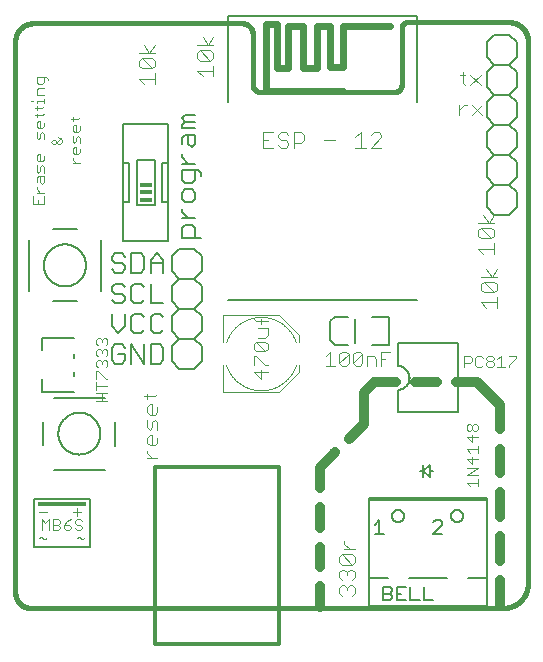
<source format=gto>
G75*
%MOIN*%
%OFA0B0*%
%FSLAX25Y25*%
%IPPOS*%
%LPD*%
%AMOC8*
5,1,8,0,0,1.08239X$1,22.5*
%
%ADD10C,0.00400*%
%ADD11C,0.00600*%
%ADD12C,0.00300*%
%ADD13C,0.03200*%
%ADD14C,0.01600*%
%ADD15C,0.00800*%
%ADD16C,0.00500*%
%ADD17C,0.02400*%
%ADD18R,0.04000X0.01500*%
%ADD19R,0.16142X0.01181*%
%ADD20C,0.01200*%
D10*
X0043672Y0067555D02*
X0043708Y0067595D01*
X0043746Y0067632D01*
X0043788Y0067667D01*
X0043831Y0067698D01*
X0043877Y0067727D01*
X0043924Y0067752D01*
X0043973Y0067774D01*
X0044024Y0067792D01*
X0044076Y0067807D01*
X0044128Y0067818D01*
X0044181Y0067826D01*
X0044235Y0067830D01*
X0044289Y0067830D01*
X0044343Y0067826D01*
X0044396Y0067818D01*
X0044448Y0067807D01*
X0044500Y0067792D01*
X0044551Y0067774D01*
X0044600Y0067752D01*
X0044647Y0067727D01*
X0044693Y0067698D01*
X0044736Y0067667D01*
X0044778Y0067632D01*
X0044816Y0067595D01*
X0044852Y0067555D01*
X0044853Y0067555D02*
X0044889Y0067515D01*
X0044927Y0067478D01*
X0044969Y0067443D01*
X0045012Y0067412D01*
X0045058Y0067383D01*
X0045105Y0067358D01*
X0045154Y0067336D01*
X0045205Y0067318D01*
X0045257Y0067303D01*
X0045309Y0067292D01*
X0045362Y0067284D01*
X0045416Y0067280D01*
X0045470Y0067280D01*
X0045524Y0067284D01*
X0045577Y0067292D01*
X0045629Y0067303D01*
X0045681Y0067318D01*
X0045732Y0067336D01*
X0045781Y0067358D01*
X0045828Y0067383D01*
X0045874Y0067412D01*
X0045917Y0067443D01*
X0045959Y0067478D01*
X0045997Y0067515D01*
X0046033Y0067555D01*
X0046152Y0076394D02*
X0043652Y0076394D01*
X0054912Y0076295D02*
X0057412Y0076295D01*
X0056152Y0075075D02*
X0056152Y0077575D01*
X0057353Y0067555D02*
X0057389Y0067515D01*
X0057427Y0067478D01*
X0057469Y0067443D01*
X0057512Y0067412D01*
X0057558Y0067383D01*
X0057605Y0067358D01*
X0057654Y0067336D01*
X0057705Y0067318D01*
X0057757Y0067303D01*
X0057809Y0067292D01*
X0057862Y0067284D01*
X0057916Y0067280D01*
X0057970Y0067280D01*
X0058024Y0067284D01*
X0058077Y0067292D01*
X0058129Y0067303D01*
X0058181Y0067318D01*
X0058232Y0067336D01*
X0058281Y0067358D01*
X0058328Y0067383D01*
X0058374Y0067412D01*
X0058417Y0067443D01*
X0058459Y0067478D01*
X0058497Y0067515D01*
X0058533Y0067555D01*
X0057352Y0067555D02*
X0057316Y0067595D01*
X0057278Y0067632D01*
X0057236Y0067667D01*
X0057193Y0067698D01*
X0057147Y0067727D01*
X0057100Y0067752D01*
X0057051Y0067774D01*
X0057000Y0067792D01*
X0056948Y0067807D01*
X0056896Y0067818D01*
X0056843Y0067826D01*
X0056789Y0067830D01*
X0056735Y0067830D01*
X0056681Y0067826D01*
X0056628Y0067818D01*
X0056576Y0067807D01*
X0056524Y0067792D01*
X0056473Y0067774D01*
X0056424Y0067752D01*
X0056377Y0067727D01*
X0056331Y0067698D01*
X0056288Y0067667D01*
X0056246Y0067632D01*
X0056208Y0067595D01*
X0056172Y0067555D01*
X0079528Y0094143D02*
X0082998Y0094143D01*
X0081263Y0094143D02*
X0079528Y0095877D01*
X0079528Y0096745D01*
X0080395Y0098440D02*
X0079528Y0099307D01*
X0079528Y0101042D01*
X0080395Y0101909D01*
X0081263Y0101909D01*
X0081263Y0098440D01*
X0082130Y0098440D02*
X0080395Y0098440D01*
X0082130Y0098440D02*
X0082998Y0099307D01*
X0082998Y0101042D01*
X0082998Y0103596D02*
X0082998Y0106198D01*
X0082130Y0107066D01*
X0081263Y0106198D01*
X0081263Y0104463D01*
X0080395Y0103596D01*
X0079528Y0104463D01*
X0079528Y0107066D01*
X0080395Y0108752D02*
X0079528Y0109620D01*
X0079528Y0111355D01*
X0080395Y0112222D01*
X0081263Y0112222D01*
X0081263Y0108752D01*
X0082130Y0108752D02*
X0080395Y0108752D01*
X0082130Y0108752D02*
X0082998Y0109620D01*
X0082998Y0111355D01*
X0082130Y0114776D02*
X0082998Y0115644D01*
X0082130Y0114776D02*
X0078661Y0114776D01*
X0079528Y0113909D02*
X0079528Y0115644D01*
X0104743Y0116264D02*
X0104743Y0125319D01*
X0104743Y0132799D02*
X0104743Y0141854D01*
X0123641Y0141854D01*
X0130334Y0135161D01*
X0130334Y0132799D01*
X0130334Y0125319D02*
X0130334Y0122957D01*
X0123641Y0116264D01*
X0104743Y0116264D01*
X0115144Y0122896D02*
X0117446Y0120594D01*
X0117446Y0123663D01*
X0118981Y0125198D02*
X0115911Y0128267D01*
X0115144Y0128267D01*
X0115144Y0125198D01*
X0115144Y0122896D02*
X0119748Y0122896D01*
X0119748Y0125198D02*
X0118981Y0125198D01*
X0129154Y0132799D02*
X0129059Y0133082D01*
X0128957Y0133363D01*
X0128848Y0133640D01*
X0128733Y0133916D01*
X0128611Y0134188D01*
X0128482Y0134457D01*
X0128347Y0134723D01*
X0128205Y0134985D01*
X0128057Y0135244D01*
X0127903Y0135500D01*
X0127742Y0135751D01*
X0127575Y0135999D01*
X0127403Y0136242D01*
X0127224Y0136481D01*
X0127040Y0136716D01*
X0126850Y0136946D01*
X0126654Y0137171D01*
X0126453Y0137391D01*
X0126247Y0137607D01*
X0126035Y0137817D01*
X0125819Y0138022D01*
X0125597Y0138222D01*
X0125370Y0138416D01*
X0125139Y0138605D01*
X0124904Y0138788D01*
X0124664Y0138965D01*
X0124419Y0139136D01*
X0124171Y0139301D01*
X0123918Y0139460D01*
X0123662Y0139613D01*
X0123402Y0139760D01*
X0123139Y0139900D01*
X0122872Y0140034D01*
X0122602Y0140161D01*
X0122329Y0140281D01*
X0122054Y0140395D01*
X0121775Y0140502D01*
X0121494Y0140602D01*
X0121211Y0140695D01*
X0120925Y0140782D01*
X0120637Y0140861D01*
X0120348Y0140933D01*
X0120057Y0140998D01*
X0119764Y0141056D01*
X0119470Y0141107D01*
X0119175Y0141151D01*
X0118879Y0141187D01*
X0118582Y0141216D01*
X0118284Y0141238D01*
X0117986Y0141253D01*
X0117688Y0141260D01*
X0117390Y0141260D01*
X0117092Y0141253D01*
X0116794Y0141238D01*
X0116496Y0141216D01*
X0116199Y0141187D01*
X0115903Y0141151D01*
X0115608Y0141107D01*
X0115314Y0141056D01*
X0115021Y0140998D01*
X0114730Y0140933D01*
X0114441Y0140861D01*
X0114153Y0140782D01*
X0113867Y0140695D01*
X0113584Y0140602D01*
X0113303Y0140502D01*
X0113024Y0140395D01*
X0112749Y0140281D01*
X0112476Y0140161D01*
X0112206Y0140034D01*
X0111939Y0139900D01*
X0111676Y0139760D01*
X0111416Y0139613D01*
X0111160Y0139460D01*
X0110907Y0139301D01*
X0110659Y0139136D01*
X0110414Y0138965D01*
X0110174Y0138788D01*
X0109939Y0138605D01*
X0109708Y0138416D01*
X0109481Y0138222D01*
X0109259Y0138022D01*
X0109043Y0137817D01*
X0108831Y0137607D01*
X0108625Y0137391D01*
X0108424Y0137171D01*
X0108228Y0136946D01*
X0108038Y0136716D01*
X0107854Y0136481D01*
X0107675Y0136242D01*
X0107503Y0135999D01*
X0107336Y0135751D01*
X0107175Y0135500D01*
X0107021Y0135244D01*
X0106873Y0134985D01*
X0106731Y0134723D01*
X0106596Y0134457D01*
X0106467Y0134188D01*
X0106345Y0133916D01*
X0106230Y0133640D01*
X0106121Y0133363D01*
X0106019Y0133082D01*
X0105924Y0132799D01*
X0115144Y0132104D02*
X0115144Y0130569D01*
X0115911Y0129802D01*
X0118981Y0129802D01*
X0115911Y0132871D01*
X0118981Y0132871D01*
X0119748Y0132104D01*
X0119748Y0130569D01*
X0118981Y0129802D01*
X0129154Y0125319D02*
X0129059Y0125036D01*
X0128957Y0124755D01*
X0128848Y0124478D01*
X0128733Y0124202D01*
X0128611Y0123930D01*
X0128482Y0123661D01*
X0128347Y0123395D01*
X0128205Y0123133D01*
X0128057Y0122874D01*
X0127903Y0122618D01*
X0127742Y0122367D01*
X0127575Y0122119D01*
X0127403Y0121876D01*
X0127224Y0121637D01*
X0127040Y0121402D01*
X0126850Y0121172D01*
X0126654Y0120947D01*
X0126453Y0120727D01*
X0126247Y0120511D01*
X0126035Y0120301D01*
X0125819Y0120096D01*
X0125597Y0119896D01*
X0125370Y0119702D01*
X0125139Y0119513D01*
X0124904Y0119330D01*
X0124664Y0119153D01*
X0124419Y0118982D01*
X0124171Y0118817D01*
X0123918Y0118658D01*
X0123662Y0118505D01*
X0123402Y0118358D01*
X0123139Y0118218D01*
X0122872Y0118084D01*
X0122602Y0117957D01*
X0122329Y0117837D01*
X0122054Y0117723D01*
X0121775Y0117616D01*
X0121494Y0117516D01*
X0121211Y0117423D01*
X0120925Y0117336D01*
X0120637Y0117257D01*
X0120348Y0117185D01*
X0120057Y0117120D01*
X0119764Y0117062D01*
X0119470Y0117011D01*
X0119175Y0116967D01*
X0118879Y0116931D01*
X0118582Y0116902D01*
X0118284Y0116880D01*
X0117986Y0116865D01*
X0117688Y0116858D01*
X0117390Y0116858D01*
X0117092Y0116865D01*
X0116794Y0116880D01*
X0116496Y0116902D01*
X0116199Y0116931D01*
X0115903Y0116967D01*
X0115608Y0117011D01*
X0115314Y0117062D01*
X0115021Y0117120D01*
X0114730Y0117185D01*
X0114441Y0117257D01*
X0114153Y0117336D01*
X0113867Y0117423D01*
X0113584Y0117516D01*
X0113303Y0117616D01*
X0113024Y0117723D01*
X0112749Y0117837D01*
X0112476Y0117957D01*
X0112206Y0118084D01*
X0111939Y0118218D01*
X0111676Y0118358D01*
X0111416Y0118505D01*
X0111160Y0118658D01*
X0110907Y0118817D01*
X0110659Y0118982D01*
X0110414Y0119153D01*
X0110174Y0119330D01*
X0109939Y0119513D01*
X0109708Y0119702D01*
X0109481Y0119896D01*
X0109259Y0120096D01*
X0109043Y0120301D01*
X0108831Y0120511D01*
X0108625Y0120727D01*
X0108424Y0120947D01*
X0108228Y0121172D01*
X0108038Y0121402D01*
X0107854Y0121637D01*
X0107675Y0121876D01*
X0107503Y0122119D01*
X0107336Y0122367D01*
X0107175Y0122618D01*
X0107021Y0122874D01*
X0106873Y0123133D01*
X0106731Y0123395D01*
X0106596Y0123661D01*
X0106467Y0123930D01*
X0106345Y0124202D01*
X0106230Y0124478D01*
X0106121Y0124755D01*
X0106019Y0125036D01*
X0105924Y0125319D01*
X0115144Y0132104D02*
X0115911Y0132871D01*
X0116679Y0134405D02*
X0118981Y0134405D01*
X0119748Y0135173D01*
X0119748Y0137475D01*
X0116679Y0137475D01*
X0117446Y0139009D02*
X0117446Y0140544D01*
X0115911Y0139777D02*
X0115144Y0140544D01*
X0115911Y0139777D02*
X0119748Y0139777D01*
X0139083Y0128119D02*
X0140618Y0129654D01*
X0140618Y0125050D01*
X0139083Y0125050D02*
X0142153Y0125050D01*
X0143687Y0125817D02*
X0146757Y0128886D01*
X0146757Y0125817D01*
X0145989Y0125050D01*
X0144455Y0125050D01*
X0143687Y0125817D01*
X0143687Y0128886D01*
X0144455Y0129654D01*
X0145989Y0129654D01*
X0146757Y0128886D01*
X0148291Y0128886D02*
X0149059Y0129654D01*
X0150593Y0129654D01*
X0151361Y0128886D01*
X0148291Y0125817D01*
X0149059Y0125050D01*
X0150593Y0125050D01*
X0151361Y0125817D01*
X0151361Y0128886D01*
X0152895Y0128119D02*
X0155197Y0128119D01*
X0155965Y0127352D01*
X0155965Y0125050D01*
X0157499Y0125050D02*
X0157499Y0129654D01*
X0160568Y0129654D01*
X0159034Y0127352D02*
X0157499Y0127352D01*
X0152895Y0128119D02*
X0152895Y0125050D01*
X0148291Y0125817D02*
X0148291Y0128886D01*
X0185318Y0128357D02*
X0185318Y0124754D01*
X0185318Y0125955D02*
X0187120Y0125955D01*
X0187720Y0126555D01*
X0187720Y0127756D01*
X0187120Y0128357D01*
X0185318Y0128357D01*
X0189001Y0127756D02*
X0189001Y0125354D01*
X0189602Y0124754D01*
X0190803Y0124754D01*
X0191403Y0125354D01*
X0192684Y0125354D02*
X0192684Y0125955D01*
X0193285Y0126555D01*
X0194486Y0126555D01*
X0195086Y0125955D01*
X0195086Y0125354D01*
X0194486Y0124754D01*
X0193285Y0124754D01*
X0192684Y0125354D01*
X0193285Y0126555D02*
X0192684Y0127156D01*
X0192684Y0127756D01*
X0193285Y0128357D01*
X0194486Y0128357D01*
X0195086Y0127756D01*
X0195086Y0127156D01*
X0194486Y0126555D01*
X0196368Y0127156D02*
X0197569Y0128357D01*
X0197569Y0124754D01*
X0196368Y0124754D02*
X0198770Y0124754D01*
X0200051Y0124754D02*
X0200051Y0125354D01*
X0202453Y0127756D01*
X0202453Y0128357D01*
X0200051Y0128357D01*
X0191403Y0127756D02*
X0190803Y0128357D01*
X0189602Y0128357D01*
X0189001Y0127756D01*
X0192656Y0144407D02*
X0190922Y0146142D01*
X0196126Y0146142D01*
X0196126Y0144407D02*
X0196126Y0147877D01*
X0195259Y0149563D02*
X0191789Y0153033D01*
X0195259Y0153033D01*
X0196126Y0152166D01*
X0196126Y0150431D01*
X0195259Y0149563D01*
X0191789Y0149563D01*
X0190922Y0150431D01*
X0190922Y0152166D01*
X0191789Y0153033D01*
X0190922Y0154720D02*
X0196126Y0154720D01*
X0194391Y0154720D02*
X0196126Y0157322D01*
X0194391Y0154720D02*
X0192656Y0157322D01*
X0191663Y0162361D02*
X0189928Y0164095D01*
X0195132Y0164095D01*
X0195132Y0162361D02*
X0195132Y0165830D01*
X0194265Y0167517D02*
X0190795Y0170987D01*
X0194265Y0170987D01*
X0195132Y0170119D01*
X0195132Y0168384D01*
X0194265Y0167517D01*
X0190795Y0167517D01*
X0189928Y0168384D01*
X0189928Y0170119D01*
X0190795Y0170987D01*
X0189928Y0172673D02*
X0195132Y0172673D01*
X0193397Y0172673D02*
X0191663Y0175276D01*
X0193397Y0172673D02*
X0195132Y0175276D01*
X0191263Y0208624D02*
X0187793Y0212094D01*
X0186098Y0212094D02*
X0185231Y0212094D01*
X0183496Y0210359D01*
X0183496Y0208624D02*
X0183496Y0212094D01*
X0187793Y0208624D02*
X0191263Y0212094D01*
X0190797Y0218467D02*
X0187327Y0221937D01*
X0185625Y0221937D02*
X0183890Y0221937D01*
X0184757Y0222804D02*
X0184757Y0219334D01*
X0185625Y0218467D01*
X0187327Y0218467D02*
X0190797Y0221937D01*
X0157648Y0201993D02*
X0156781Y0202860D01*
X0155046Y0202860D01*
X0154179Y0201993D01*
X0157648Y0201993D02*
X0157648Y0201126D01*
X0154179Y0197656D01*
X0157648Y0197656D01*
X0152492Y0197656D02*
X0149022Y0197656D01*
X0150757Y0197656D02*
X0150757Y0202860D01*
X0149022Y0201126D01*
X0142179Y0200258D02*
X0138709Y0200258D01*
X0131866Y0200258D02*
X0130999Y0199391D01*
X0128397Y0199391D01*
X0126710Y0199391D02*
X0126710Y0198523D01*
X0125842Y0197656D01*
X0124108Y0197656D01*
X0123240Y0198523D01*
X0121553Y0197656D02*
X0118084Y0197656D01*
X0118084Y0202860D01*
X0121553Y0202860D01*
X0123240Y0201993D02*
X0123240Y0201126D01*
X0124108Y0200258D01*
X0125842Y0200258D01*
X0126710Y0199391D01*
X0128397Y0197656D02*
X0128397Y0202860D01*
X0130999Y0202860D01*
X0131866Y0201993D01*
X0131866Y0200258D01*
X0126710Y0201993D02*
X0125842Y0202860D01*
X0124108Y0202860D01*
X0123240Y0201993D01*
X0119819Y0200258D02*
X0118084Y0200258D01*
X0101557Y0221560D02*
X0101557Y0225029D01*
X0101557Y0223295D02*
X0096352Y0223295D01*
X0098087Y0221560D01*
X0097220Y0226716D02*
X0096352Y0227584D01*
X0096352Y0229318D01*
X0097220Y0230186D01*
X0100689Y0226716D01*
X0101557Y0227584D01*
X0101557Y0229318D01*
X0100689Y0230186D01*
X0097220Y0230186D01*
X0096352Y0231873D02*
X0101557Y0231873D01*
X0099822Y0231873D02*
X0098087Y0234475D01*
X0099822Y0231873D02*
X0101557Y0234475D01*
X0100689Y0226716D02*
X0097220Y0226716D01*
X0082059Y0226756D02*
X0082059Y0225021D01*
X0081192Y0224154D01*
X0077722Y0227624D01*
X0081192Y0227624D01*
X0082059Y0226756D01*
X0082059Y0229310D02*
X0076855Y0229310D01*
X0077722Y0227624D02*
X0076855Y0226756D01*
X0076855Y0225021D01*
X0077722Y0224154D01*
X0081192Y0224154D01*
X0082059Y0222467D02*
X0082059Y0218998D01*
X0082059Y0220732D02*
X0076855Y0220732D01*
X0078589Y0218998D01*
X0080324Y0229310D02*
X0078589Y0231913D01*
X0080324Y0229310D02*
X0082059Y0231913D01*
X0145312Y0066506D02*
X0145312Y0065639D01*
X0147047Y0063904D01*
X0148782Y0063904D02*
X0145312Y0063904D01*
X0144445Y0062217D02*
X0147914Y0058747D01*
X0148782Y0059615D01*
X0148782Y0061350D01*
X0147914Y0062217D01*
X0144445Y0062217D01*
X0143577Y0061350D01*
X0143577Y0059615D01*
X0144445Y0058747D01*
X0147914Y0058747D01*
X0147914Y0057061D02*
X0148782Y0056193D01*
X0148782Y0054458D01*
X0147914Y0053591D01*
X0147914Y0051904D02*
X0148782Y0051037D01*
X0148782Y0049302D01*
X0147914Y0048435D01*
X0146180Y0050169D02*
X0146180Y0051037D01*
X0147047Y0051904D01*
X0147914Y0051904D01*
X0146180Y0051037D02*
X0145312Y0051904D01*
X0144445Y0051904D01*
X0143577Y0051037D01*
X0143577Y0049302D01*
X0144445Y0048435D01*
X0144445Y0053591D02*
X0143577Y0054458D01*
X0143577Y0056193D01*
X0144445Y0057061D01*
X0145312Y0057061D01*
X0146180Y0056193D01*
X0147047Y0057061D01*
X0147914Y0057061D01*
X0146180Y0056193D02*
X0146180Y0055326D01*
D11*
X0153418Y0054200D02*
X0153418Y0044798D01*
X0192717Y0044798D01*
X0192717Y0054200D01*
X0192717Y0080200D01*
X0153418Y0080200D01*
X0153418Y0080999D01*
X0192717Y0080999D01*
X0192717Y0080200D01*
X0180917Y0074998D02*
X0180919Y0075087D01*
X0180925Y0075176D01*
X0180935Y0075265D01*
X0180949Y0075353D01*
X0180966Y0075440D01*
X0180988Y0075526D01*
X0181014Y0075612D01*
X0181043Y0075696D01*
X0181076Y0075779D01*
X0181112Y0075860D01*
X0181153Y0075940D01*
X0181196Y0076017D01*
X0181243Y0076093D01*
X0181294Y0076166D01*
X0181347Y0076237D01*
X0181404Y0076306D01*
X0181464Y0076372D01*
X0181527Y0076436D01*
X0181592Y0076496D01*
X0181660Y0076554D01*
X0181731Y0076608D01*
X0181804Y0076659D01*
X0181879Y0076707D01*
X0181956Y0076752D01*
X0182035Y0076793D01*
X0182116Y0076830D01*
X0182198Y0076864D01*
X0182282Y0076895D01*
X0182367Y0076921D01*
X0182453Y0076944D01*
X0182540Y0076962D01*
X0182628Y0076977D01*
X0182717Y0076988D01*
X0182806Y0076995D01*
X0182895Y0076998D01*
X0182984Y0076997D01*
X0183073Y0076992D01*
X0183161Y0076983D01*
X0183250Y0076970D01*
X0183337Y0076953D01*
X0183424Y0076933D01*
X0183510Y0076908D01*
X0183594Y0076880D01*
X0183677Y0076848D01*
X0183759Y0076812D01*
X0183839Y0076773D01*
X0183917Y0076730D01*
X0183993Y0076684D01*
X0184067Y0076634D01*
X0184139Y0076581D01*
X0184208Y0076525D01*
X0184275Y0076466D01*
X0184339Y0076404D01*
X0184400Y0076340D01*
X0184459Y0076272D01*
X0184514Y0076202D01*
X0184566Y0076130D01*
X0184615Y0076055D01*
X0184660Y0075979D01*
X0184702Y0075900D01*
X0184740Y0075820D01*
X0184775Y0075738D01*
X0184806Y0075654D01*
X0184834Y0075569D01*
X0184857Y0075483D01*
X0184877Y0075396D01*
X0184893Y0075309D01*
X0184905Y0075220D01*
X0184913Y0075132D01*
X0184917Y0075043D01*
X0184917Y0074953D01*
X0184913Y0074864D01*
X0184905Y0074776D01*
X0184893Y0074687D01*
X0184877Y0074600D01*
X0184857Y0074513D01*
X0184834Y0074427D01*
X0184806Y0074342D01*
X0184775Y0074258D01*
X0184740Y0074176D01*
X0184702Y0074096D01*
X0184660Y0074017D01*
X0184615Y0073941D01*
X0184566Y0073866D01*
X0184514Y0073794D01*
X0184459Y0073724D01*
X0184400Y0073656D01*
X0184339Y0073592D01*
X0184275Y0073530D01*
X0184208Y0073471D01*
X0184139Y0073415D01*
X0184067Y0073362D01*
X0183993Y0073312D01*
X0183917Y0073266D01*
X0183839Y0073223D01*
X0183759Y0073184D01*
X0183677Y0073148D01*
X0183594Y0073116D01*
X0183510Y0073088D01*
X0183424Y0073063D01*
X0183337Y0073043D01*
X0183250Y0073026D01*
X0183161Y0073013D01*
X0183073Y0073004D01*
X0182984Y0072999D01*
X0182895Y0072998D01*
X0182806Y0073001D01*
X0182717Y0073008D01*
X0182628Y0073019D01*
X0182540Y0073034D01*
X0182453Y0073052D01*
X0182367Y0073075D01*
X0182282Y0073101D01*
X0182198Y0073132D01*
X0182116Y0073166D01*
X0182035Y0073203D01*
X0181956Y0073244D01*
X0181879Y0073289D01*
X0181804Y0073337D01*
X0181731Y0073388D01*
X0181660Y0073442D01*
X0181592Y0073500D01*
X0181527Y0073560D01*
X0181464Y0073624D01*
X0181404Y0073690D01*
X0181347Y0073759D01*
X0181294Y0073830D01*
X0181243Y0073903D01*
X0181196Y0073979D01*
X0181153Y0074056D01*
X0181112Y0074136D01*
X0181076Y0074217D01*
X0181043Y0074300D01*
X0181014Y0074384D01*
X0180988Y0074470D01*
X0180966Y0074556D01*
X0180949Y0074643D01*
X0180935Y0074731D01*
X0180925Y0074820D01*
X0180919Y0074909D01*
X0180917Y0074998D01*
X0161217Y0074998D02*
X0161219Y0075087D01*
X0161225Y0075176D01*
X0161235Y0075265D01*
X0161249Y0075353D01*
X0161266Y0075440D01*
X0161288Y0075526D01*
X0161314Y0075612D01*
X0161343Y0075696D01*
X0161376Y0075779D01*
X0161412Y0075860D01*
X0161453Y0075940D01*
X0161496Y0076017D01*
X0161543Y0076093D01*
X0161594Y0076166D01*
X0161647Y0076237D01*
X0161704Y0076306D01*
X0161764Y0076372D01*
X0161827Y0076436D01*
X0161892Y0076496D01*
X0161960Y0076554D01*
X0162031Y0076608D01*
X0162104Y0076659D01*
X0162179Y0076707D01*
X0162256Y0076752D01*
X0162335Y0076793D01*
X0162416Y0076830D01*
X0162498Y0076864D01*
X0162582Y0076895D01*
X0162667Y0076921D01*
X0162753Y0076944D01*
X0162840Y0076962D01*
X0162928Y0076977D01*
X0163017Y0076988D01*
X0163106Y0076995D01*
X0163195Y0076998D01*
X0163284Y0076997D01*
X0163373Y0076992D01*
X0163461Y0076983D01*
X0163550Y0076970D01*
X0163637Y0076953D01*
X0163724Y0076933D01*
X0163810Y0076908D01*
X0163894Y0076880D01*
X0163977Y0076848D01*
X0164059Y0076812D01*
X0164139Y0076773D01*
X0164217Y0076730D01*
X0164293Y0076684D01*
X0164367Y0076634D01*
X0164439Y0076581D01*
X0164508Y0076525D01*
X0164575Y0076466D01*
X0164639Y0076404D01*
X0164700Y0076340D01*
X0164759Y0076272D01*
X0164814Y0076202D01*
X0164866Y0076130D01*
X0164915Y0076055D01*
X0164960Y0075979D01*
X0165002Y0075900D01*
X0165040Y0075820D01*
X0165075Y0075738D01*
X0165106Y0075654D01*
X0165134Y0075569D01*
X0165157Y0075483D01*
X0165177Y0075396D01*
X0165193Y0075309D01*
X0165205Y0075220D01*
X0165213Y0075132D01*
X0165217Y0075043D01*
X0165217Y0074953D01*
X0165213Y0074864D01*
X0165205Y0074776D01*
X0165193Y0074687D01*
X0165177Y0074600D01*
X0165157Y0074513D01*
X0165134Y0074427D01*
X0165106Y0074342D01*
X0165075Y0074258D01*
X0165040Y0074176D01*
X0165002Y0074096D01*
X0164960Y0074017D01*
X0164915Y0073941D01*
X0164866Y0073866D01*
X0164814Y0073794D01*
X0164759Y0073724D01*
X0164700Y0073656D01*
X0164639Y0073592D01*
X0164575Y0073530D01*
X0164508Y0073471D01*
X0164439Y0073415D01*
X0164367Y0073362D01*
X0164293Y0073312D01*
X0164217Y0073266D01*
X0164139Y0073223D01*
X0164059Y0073184D01*
X0163977Y0073148D01*
X0163894Y0073116D01*
X0163810Y0073088D01*
X0163724Y0073063D01*
X0163637Y0073043D01*
X0163550Y0073026D01*
X0163461Y0073013D01*
X0163373Y0073004D01*
X0163284Y0072999D01*
X0163195Y0072998D01*
X0163106Y0073001D01*
X0163017Y0073008D01*
X0162928Y0073019D01*
X0162840Y0073034D01*
X0162753Y0073052D01*
X0162667Y0073075D01*
X0162582Y0073101D01*
X0162498Y0073132D01*
X0162416Y0073166D01*
X0162335Y0073203D01*
X0162256Y0073244D01*
X0162179Y0073289D01*
X0162104Y0073337D01*
X0162031Y0073388D01*
X0161960Y0073442D01*
X0161892Y0073500D01*
X0161827Y0073560D01*
X0161764Y0073624D01*
X0161704Y0073690D01*
X0161647Y0073759D01*
X0161594Y0073830D01*
X0161543Y0073903D01*
X0161496Y0073979D01*
X0161453Y0074056D01*
X0161412Y0074136D01*
X0161376Y0074217D01*
X0161343Y0074300D01*
X0161314Y0074384D01*
X0161288Y0074470D01*
X0161266Y0074556D01*
X0161249Y0074643D01*
X0161235Y0074731D01*
X0161225Y0074820D01*
X0161219Y0074909D01*
X0161217Y0074998D01*
X0153418Y0080200D02*
X0153418Y0054200D01*
X0159717Y0054200D01*
X0166717Y0054200D02*
X0179418Y0054200D01*
X0186418Y0054200D02*
X0192717Y0054200D01*
X0183060Y0109523D02*
X0163060Y0109523D01*
X0163060Y0117023D01*
X0163186Y0117025D01*
X0163311Y0117031D01*
X0163436Y0117041D01*
X0163561Y0117055D01*
X0163686Y0117072D01*
X0163810Y0117094D01*
X0163933Y0117119D01*
X0164055Y0117149D01*
X0164176Y0117182D01*
X0164296Y0117219D01*
X0164415Y0117259D01*
X0164532Y0117304D01*
X0164649Y0117352D01*
X0164763Y0117404D01*
X0164876Y0117459D01*
X0164987Y0117518D01*
X0165096Y0117580D01*
X0165203Y0117646D01*
X0165308Y0117715D01*
X0165411Y0117787D01*
X0165512Y0117862D01*
X0165610Y0117941D01*
X0165705Y0118023D01*
X0165798Y0118107D01*
X0165888Y0118195D01*
X0165976Y0118285D01*
X0166060Y0118378D01*
X0166142Y0118473D01*
X0166221Y0118571D01*
X0166296Y0118672D01*
X0166368Y0118775D01*
X0166437Y0118880D01*
X0166503Y0118987D01*
X0166565Y0119096D01*
X0166624Y0119207D01*
X0166679Y0119320D01*
X0166731Y0119434D01*
X0166779Y0119551D01*
X0166824Y0119668D01*
X0166864Y0119787D01*
X0166901Y0119907D01*
X0166934Y0120028D01*
X0166964Y0120150D01*
X0166989Y0120273D01*
X0167011Y0120397D01*
X0167028Y0120522D01*
X0167042Y0120647D01*
X0167052Y0120772D01*
X0167058Y0120897D01*
X0167060Y0121023D01*
X0167058Y0121149D01*
X0167052Y0121274D01*
X0167042Y0121399D01*
X0167028Y0121524D01*
X0167011Y0121649D01*
X0166989Y0121773D01*
X0166964Y0121896D01*
X0166934Y0122018D01*
X0166901Y0122139D01*
X0166864Y0122259D01*
X0166824Y0122378D01*
X0166779Y0122495D01*
X0166731Y0122612D01*
X0166679Y0122726D01*
X0166624Y0122839D01*
X0166565Y0122950D01*
X0166503Y0123059D01*
X0166437Y0123166D01*
X0166368Y0123271D01*
X0166296Y0123374D01*
X0166221Y0123475D01*
X0166142Y0123573D01*
X0166060Y0123668D01*
X0165976Y0123761D01*
X0165888Y0123851D01*
X0165798Y0123939D01*
X0165705Y0124023D01*
X0165610Y0124105D01*
X0165512Y0124184D01*
X0165411Y0124259D01*
X0165308Y0124331D01*
X0165203Y0124400D01*
X0165096Y0124466D01*
X0164987Y0124528D01*
X0164876Y0124587D01*
X0164763Y0124642D01*
X0164649Y0124694D01*
X0164532Y0124742D01*
X0164415Y0124787D01*
X0164296Y0124827D01*
X0164176Y0124864D01*
X0164055Y0124897D01*
X0163933Y0124927D01*
X0163810Y0124952D01*
X0163686Y0124974D01*
X0163561Y0124991D01*
X0163436Y0125005D01*
X0163311Y0125015D01*
X0163186Y0125021D01*
X0163060Y0125023D01*
X0163060Y0132523D01*
X0183060Y0132523D01*
X0183060Y0109523D01*
X0195301Y0175302D02*
X0192801Y0177802D01*
X0192801Y0182802D01*
X0195301Y0185302D01*
X0192801Y0187802D01*
X0192801Y0192802D01*
X0195301Y0195302D01*
X0192801Y0197802D01*
X0192801Y0202802D01*
X0195301Y0205302D01*
X0192801Y0207802D01*
X0192801Y0212802D01*
X0195301Y0215302D01*
X0192801Y0217802D01*
X0192801Y0222802D01*
X0195301Y0225302D01*
X0192801Y0227802D01*
X0192801Y0232802D01*
X0195301Y0235302D01*
X0200301Y0235302D01*
X0202801Y0232802D01*
X0202801Y0227802D01*
X0200301Y0225302D01*
X0202801Y0222802D01*
X0202801Y0217802D01*
X0200301Y0215302D01*
X0195301Y0215302D01*
X0200301Y0215302D02*
X0202801Y0212802D01*
X0202801Y0207802D01*
X0200301Y0205302D01*
X0202801Y0202802D01*
X0202801Y0197802D01*
X0200301Y0195302D01*
X0202801Y0192802D01*
X0202801Y0187802D01*
X0200301Y0185302D01*
X0202801Y0182802D01*
X0202801Y0177802D01*
X0200301Y0175302D01*
X0195301Y0175302D01*
X0195301Y0185302D02*
X0200301Y0185302D01*
X0200301Y0195302D02*
X0195301Y0195302D01*
X0195301Y0205302D02*
X0200301Y0205302D01*
X0200301Y0225302D02*
X0195301Y0225302D01*
X0097643Y0189188D02*
X0097643Y0188120D01*
X0097643Y0189188D02*
X0096575Y0190255D01*
X0091238Y0190255D01*
X0091238Y0187053D01*
X0092305Y0185985D01*
X0094440Y0185985D01*
X0095508Y0187053D01*
X0095508Y0190255D01*
X0095508Y0192431D02*
X0091238Y0192431D01*
X0093373Y0192431D02*
X0091238Y0194566D01*
X0091238Y0195633D01*
X0091238Y0198869D02*
X0091238Y0201005D01*
X0092305Y0202072D01*
X0095508Y0202072D01*
X0095508Y0198869D01*
X0094440Y0197802D01*
X0093373Y0198869D01*
X0093373Y0202072D01*
X0095508Y0204247D02*
X0091238Y0204247D01*
X0091238Y0205315D01*
X0092305Y0206382D01*
X0091238Y0207450D01*
X0092305Y0208518D01*
X0095508Y0208518D01*
X0095508Y0206382D02*
X0092305Y0206382D01*
X0086615Y0205645D02*
X0086615Y0192645D01*
X0086615Y0179645D01*
X0084615Y0179645D01*
X0084615Y0192645D01*
X0086615Y0192645D01*
X0082115Y0193645D02*
X0082115Y0178645D01*
X0076115Y0178645D01*
X0076115Y0193645D01*
X0082115Y0193645D01*
X0073615Y0192645D02*
X0071615Y0192645D01*
X0071615Y0179645D01*
X0071615Y0166645D01*
X0086615Y0166645D01*
X0086615Y0179645D01*
X0091238Y0180607D02*
X0091238Y0182742D01*
X0092305Y0183810D01*
X0094440Y0183810D01*
X0095508Y0182742D01*
X0095508Y0180607D01*
X0094440Y0179540D01*
X0092305Y0179540D01*
X0091238Y0180607D01*
X0091238Y0177371D02*
X0091238Y0176304D01*
X0093373Y0174168D01*
X0095508Y0174168D02*
X0091238Y0174168D01*
X0092305Y0171993D02*
X0094440Y0171993D01*
X0095508Y0170926D01*
X0095508Y0167723D01*
X0097643Y0167723D02*
X0091238Y0167723D01*
X0091238Y0170926D01*
X0092305Y0171993D01*
X0090240Y0163939D02*
X0095240Y0163939D01*
X0097740Y0161439D01*
X0097740Y0156439D01*
X0095240Y0153939D01*
X0097740Y0151439D01*
X0097740Y0146439D01*
X0095240Y0143939D01*
X0097740Y0141439D01*
X0097740Y0136439D01*
X0095240Y0133939D01*
X0097740Y0131439D01*
X0097740Y0126439D01*
X0095240Y0123939D01*
X0090240Y0123939D01*
X0087740Y0126439D01*
X0087740Y0131439D01*
X0090240Y0133939D01*
X0087740Y0136439D01*
X0087740Y0141439D01*
X0090240Y0143939D01*
X0095240Y0143939D01*
X0090240Y0143939D02*
X0087740Y0146439D01*
X0087740Y0151439D01*
X0090240Y0153939D01*
X0087740Y0156439D01*
X0087740Y0161439D01*
X0090240Y0163939D01*
X0085005Y0160320D02*
X0085005Y0156050D01*
X0085005Y0159252D02*
X0080734Y0159252D01*
X0080734Y0160320D02*
X0080734Y0156050D01*
X0078559Y0157117D02*
X0078559Y0161388D01*
X0077492Y0162455D01*
X0074289Y0162455D01*
X0074289Y0156050D01*
X0077492Y0156050D01*
X0078559Y0157117D01*
X0077492Y0152219D02*
X0075356Y0152219D01*
X0074289Y0151151D01*
X0074289Y0146881D01*
X0075356Y0145813D01*
X0077492Y0145813D01*
X0078559Y0146881D01*
X0080734Y0145813D02*
X0085005Y0145813D01*
X0083937Y0142376D02*
X0081802Y0142376D01*
X0080734Y0141309D01*
X0080734Y0137038D01*
X0081802Y0135971D01*
X0083937Y0135971D01*
X0085005Y0137038D01*
X0083937Y0132140D02*
X0080734Y0132140D01*
X0080734Y0125735D01*
X0083937Y0125735D01*
X0085005Y0126802D01*
X0085005Y0131073D01*
X0083937Y0132140D01*
X0090240Y0133939D02*
X0095240Y0133939D01*
X0085005Y0141309D02*
X0083937Y0142376D01*
X0080734Y0145813D02*
X0080734Y0152219D01*
X0078559Y0151151D02*
X0077492Y0152219D01*
X0072114Y0151151D02*
X0071046Y0152219D01*
X0068911Y0152219D01*
X0067843Y0151151D01*
X0067843Y0150084D01*
X0068911Y0149016D01*
X0071046Y0149016D01*
X0072114Y0147949D01*
X0072114Y0146881D01*
X0071046Y0145813D01*
X0068911Y0145813D01*
X0067843Y0146881D01*
X0067843Y0142376D02*
X0067843Y0138106D01*
X0069978Y0135971D01*
X0072114Y0138106D01*
X0072114Y0142376D01*
X0074289Y0141309D02*
X0074289Y0137038D01*
X0075356Y0135971D01*
X0077492Y0135971D01*
X0078559Y0137038D01*
X0078559Y0132140D02*
X0078559Y0125735D01*
X0074289Y0132140D01*
X0074289Y0125735D01*
X0072114Y0126802D02*
X0072114Y0128937D01*
X0069978Y0128937D01*
X0067843Y0126802D02*
X0068911Y0125735D01*
X0071046Y0125735D01*
X0072114Y0126802D01*
X0072114Y0131073D02*
X0071046Y0132140D01*
X0068911Y0132140D01*
X0067843Y0131073D01*
X0067843Y0126802D01*
X0074289Y0141309D02*
X0075356Y0142376D01*
X0077492Y0142376D01*
X0078559Y0141309D01*
X0071046Y0156050D02*
X0068911Y0156050D01*
X0067843Y0157117D01*
X0068911Y0159252D02*
X0071046Y0159252D01*
X0072114Y0158185D01*
X0072114Y0157117D01*
X0071046Y0156050D01*
X0068911Y0159252D02*
X0067843Y0160320D01*
X0067843Y0161388D01*
X0068911Y0162455D01*
X0071046Y0162455D01*
X0072114Y0161388D01*
X0080734Y0160320D02*
X0082869Y0162455D01*
X0085005Y0160320D01*
X0090240Y0153939D02*
X0095240Y0153939D01*
X0073615Y0179645D02*
X0073615Y0192645D01*
X0071615Y0192645D02*
X0071615Y0205645D01*
X0086615Y0205645D01*
X0073615Y0179645D02*
X0071615Y0179645D01*
X0055147Y0134303D02*
X0044467Y0134303D01*
X0044467Y0130331D01*
X0044467Y0120579D02*
X0044467Y0116410D01*
X0055147Y0116410D01*
X0055179Y0121670D02*
X0055179Y0123083D01*
X0055179Y0127576D02*
X0055179Y0128988D01*
D12*
X0062649Y0128751D02*
X0062649Y0129986D01*
X0063266Y0130603D01*
X0063884Y0130603D01*
X0064501Y0129986D01*
X0065118Y0130603D01*
X0065735Y0130603D01*
X0066352Y0129986D01*
X0066352Y0128751D01*
X0065735Y0128134D01*
X0065735Y0126920D02*
X0066352Y0126303D01*
X0066352Y0125068D01*
X0065735Y0124451D01*
X0064501Y0125685D02*
X0064501Y0126303D01*
X0065118Y0126920D01*
X0065735Y0126920D01*
X0064501Y0126303D02*
X0063884Y0126920D01*
X0063266Y0126920D01*
X0062649Y0126303D01*
X0062649Y0125068D01*
X0063266Y0124451D01*
X0063266Y0123237D02*
X0062649Y0123237D01*
X0062649Y0120768D01*
X0062649Y0119553D02*
X0062649Y0117085D01*
X0062649Y0115870D02*
X0066352Y0115870D01*
X0064501Y0115870D02*
X0064501Y0113402D01*
X0066352Y0113402D02*
X0062649Y0113402D01*
X0062649Y0118319D02*
X0066352Y0118319D01*
X0066352Y0120768D02*
X0065735Y0120768D01*
X0063266Y0123237D01*
X0063266Y0128134D02*
X0062649Y0128751D01*
X0064501Y0129368D02*
X0064501Y0129986D01*
X0065735Y0131817D02*
X0066352Y0132434D01*
X0066352Y0133669D01*
X0065735Y0134286D01*
X0065118Y0134286D01*
X0064501Y0133669D01*
X0064501Y0133052D01*
X0064501Y0133669D02*
X0063884Y0134286D01*
X0063266Y0134286D01*
X0062649Y0133669D01*
X0062649Y0132434D01*
X0063266Y0131817D01*
X0045189Y0178993D02*
X0041486Y0178993D01*
X0041486Y0181462D01*
X0042721Y0182677D02*
X0045189Y0182677D01*
X0045189Y0181462D02*
X0045189Y0178993D01*
X0043338Y0178993D02*
X0043338Y0180228D01*
X0043955Y0182677D02*
X0042721Y0183911D01*
X0042721Y0184528D01*
X0042721Y0186363D02*
X0042721Y0187597D01*
X0043338Y0188215D01*
X0045189Y0188215D01*
X0045189Y0186363D01*
X0044572Y0185746D01*
X0043955Y0186363D01*
X0043955Y0188215D01*
X0043338Y0189429D02*
X0042721Y0190046D01*
X0042721Y0191898D01*
X0043338Y0193112D02*
X0042721Y0193729D01*
X0042721Y0194964D01*
X0043338Y0195581D01*
X0043955Y0195581D01*
X0043955Y0193112D01*
X0044572Y0193112D02*
X0043338Y0193112D01*
X0044572Y0193112D02*
X0045189Y0193729D01*
X0045189Y0194964D01*
X0044572Y0191898D02*
X0043955Y0191281D01*
X0043955Y0190046D01*
X0043338Y0189429D01*
X0045189Y0189429D02*
X0045189Y0191281D01*
X0044572Y0191898D01*
X0048103Y0198944D02*
X0048721Y0198944D01*
X0051189Y0201413D01*
X0049955Y0201413D02*
X0051189Y0200178D01*
X0051189Y0199561D01*
X0050572Y0198944D01*
X0049955Y0198944D01*
X0048721Y0200178D01*
X0048103Y0200178D01*
X0047486Y0199561D01*
X0048103Y0198944D01*
X0045189Y0200478D02*
X0045189Y0202330D01*
X0044572Y0202947D01*
X0043955Y0202330D01*
X0043955Y0201096D01*
X0043338Y0200478D01*
X0042721Y0201096D01*
X0042721Y0202947D01*
X0043338Y0204162D02*
X0042721Y0204779D01*
X0042721Y0206013D01*
X0043338Y0206630D01*
X0043955Y0206630D01*
X0043955Y0204162D01*
X0044572Y0204162D02*
X0043338Y0204162D01*
X0044572Y0204162D02*
X0045189Y0204779D01*
X0045189Y0206013D01*
X0044572Y0208462D02*
X0042103Y0208462D01*
X0042721Y0207845D02*
X0042721Y0209079D01*
X0042721Y0210300D02*
X0042721Y0211535D01*
X0042103Y0210917D02*
X0044572Y0210917D01*
X0045189Y0211535D01*
X0045189Y0212756D02*
X0045189Y0213990D01*
X0045189Y0213373D02*
X0042721Y0213373D01*
X0042721Y0212756D01*
X0041486Y0213373D02*
X0040869Y0213373D01*
X0042721Y0215211D02*
X0042721Y0217063D01*
X0043338Y0217680D01*
X0045189Y0217680D01*
X0044572Y0218894D02*
X0045189Y0219511D01*
X0045189Y0221363D01*
X0045807Y0221363D02*
X0042721Y0221363D01*
X0042721Y0219511D01*
X0043338Y0218894D01*
X0044572Y0218894D01*
X0046424Y0220129D02*
X0046424Y0220746D01*
X0045807Y0221363D01*
X0045189Y0215211D02*
X0042721Y0215211D01*
X0045189Y0209079D02*
X0044572Y0208462D01*
X0054103Y0207234D02*
X0056572Y0207234D01*
X0057189Y0207851D01*
X0054721Y0207851D02*
X0054721Y0206617D01*
X0055338Y0205403D02*
X0055955Y0205403D01*
X0055955Y0202934D01*
X0056572Y0202934D02*
X0055338Y0202934D01*
X0054721Y0203551D01*
X0054721Y0204785D01*
X0055338Y0205403D01*
X0057189Y0204785D02*
X0057189Y0203551D01*
X0056572Y0202934D01*
X0056572Y0201720D02*
X0055955Y0201102D01*
X0055955Y0199868D01*
X0055338Y0199251D01*
X0054721Y0199868D01*
X0054721Y0201720D01*
X0056572Y0201720D02*
X0057189Y0201102D01*
X0057189Y0199251D01*
X0055955Y0198036D02*
X0055955Y0195568D01*
X0056572Y0195568D02*
X0055338Y0195568D01*
X0054721Y0196185D01*
X0054721Y0197419D01*
X0055338Y0198036D01*
X0055955Y0198036D01*
X0057189Y0197419D02*
X0057189Y0196185D01*
X0056572Y0195568D01*
X0054721Y0194350D02*
X0054721Y0193733D01*
X0055955Y0192498D01*
X0057189Y0192498D02*
X0054721Y0192498D01*
X0054258Y0073896D02*
X0053024Y0073279D01*
X0051789Y0072045D01*
X0053641Y0072045D01*
X0054258Y0071428D01*
X0054258Y0070810D01*
X0053641Y0070193D01*
X0052406Y0070193D01*
X0051789Y0070810D01*
X0051789Y0072045D01*
X0050575Y0072662D02*
X0050575Y0073279D01*
X0049958Y0073896D01*
X0048106Y0073896D01*
X0048106Y0070193D01*
X0049958Y0070193D01*
X0050575Y0070810D01*
X0050575Y0071428D01*
X0049958Y0072045D01*
X0048106Y0072045D01*
X0049958Y0072045D02*
X0050575Y0072662D01*
X0046892Y0073896D02*
X0046892Y0070193D01*
X0044423Y0070193D02*
X0044423Y0073896D01*
X0045657Y0072662D01*
X0046892Y0073896D01*
X0055472Y0073279D02*
X0055472Y0072662D01*
X0056090Y0072045D01*
X0057324Y0072045D01*
X0057941Y0071428D01*
X0057941Y0070810D01*
X0057324Y0070193D01*
X0056090Y0070193D01*
X0055472Y0070810D01*
X0055472Y0073279D02*
X0056090Y0073896D01*
X0057324Y0073896D01*
X0057941Y0073279D01*
X0186075Y0086060D02*
X0189778Y0086060D01*
X0189778Y0084826D02*
X0189778Y0087294D01*
X0189778Y0088509D02*
X0186075Y0088509D01*
X0189778Y0090978D01*
X0186075Y0090978D01*
X0187927Y0092192D02*
X0187927Y0094661D01*
X0187310Y0095875D02*
X0186075Y0097109D01*
X0189778Y0097109D01*
X0189778Y0095875D02*
X0189778Y0098344D01*
X0187927Y0099558D02*
X0187927Y0102027D01*
X0188544Y0103241D02*
X0187927Y0103859D01*
X0187927Y0105093D01*
X0188544Y0105710D01*
X0189161Y0105710D01*
X0189778Y0105093D01*
X0189778Y0103859D01*
X0189161Y0103241D01*
X0188544Y0103241D01*
X0187927Y0103859D02*
X0187310Y0103241D01*
X0186692Y0103241D01*
X0186075Y0103859D01*
X0186075Y0105093D01*
X0186692Y0105710D01*
X0187310Y0105710D01*
X0187927Y0105093D01*
X0189778Y0101410D02*
X0186075Y0101410D01*
X0187927Y0099558D01*
X0189778Y0094043D02*
X0186075Y0094043D01*
X0187927Y0092192D01*
X0186075Y0086060D02*
X0187310Y0084826D01*
D13*
X0197076Y0082794D02*
X0197076Y0074606D01*
X0197076Y0068206D02*
X0197076Y0060019D01*
X0197076Y0053619D02*
X0197076Y0045432D01*
X0197076Y0089194D02*
X0197076Y0097381D01*
X0197076Y0103781D02*
X0197076Y0111968D01*
X0189595Y0119448D01*
X0182445Y0119448D01*
X0176045Y0119448D02*
X0168894Y0119448D01*
X0162494Y0119448D02*
X0155343Y0119448D01*
X0151800Y0115905D01*
X0151800Y0105669D01*
X0146779Y0100648D01*
X0142254Y0096122D02*
X0137233Y0091102D01*
X0137233Y0084287D01*
X0137233Y0077887D02*
X0137233Y0071073D01*
X0137233Y0064673D02*
X0137233Y0057859D01*
X0137233Y0051459D02*
X0137233Y0044645D01*
D14*
X0198257Y0044251D02*
X0040776Y0044251D01*
X0040635Y0044253D01*
X0040494Y0044259D01*
X0040353Y0044268D01*
X0040213Y0044282D01*
X0040073Y0044300D01*
X0039934Y0044321D01*
X0039795Y0044346D01*
X0039657Y0044375D01*
X0039520Y0044408D01*
X0039383Y0044444D01*
X0039248Y0044484D01*
X0039114Y0044528D01*
X0038981Y0044576D01*
X0038850Y0044627D01*
X0038720Y0044682D01*
X0038592Y0044741D01*
X0038465Y0044802D01*
X0038340Y0044868D01*
X0038217Y0044937D01*
X0038096Y0045009D01*
X0037977Y0045084D01*
X0037860Y0045163D01*
X0037745Y0045245D01*
X0037632Y0045330D01*
X0037522Y0045418D01*
X0037415Y0045509D01*
X0037310Y0045604D01*
X0037207Y0045701D01*
X0037108Y0045800D01*
X0037011Y0045903D01*
X0036916Y0046008D01*
X0036825Y0046115D01*
X0036737Y0046225D01*
X0036652Y0046338D01*
X0036570Y0046453D01*
X0036491Y0046570D01*
X0036416Y0046689D01*
X0036344Y0046810D01*
X0036275Y0046933D01*
X0036209Y0047058D01*
X0036148Y0047185D01*
X0036089Y0047313D01*
X0036034Y0047443D01*
X0035983Y0047574D01*
X0035935Y0047707D01*
X0035891Y0047841D01*
X0035851Y0047976D01*
X0035815Y0048113D01*
X0035782Y0048250D01*
X0035753Y0048388D01*
X0035728Y0048527D01*
X0035707Y0048666D01*
X0035689Y0048806D01*
X0035675Y0048946D01*
X0035666Y0049087D01*
X0035660Y0049228D01*
X0035658Y0049369D01*
X0035658Y0233228D01*
X0035660Y0233380D01*
X0035666Y0233532D01*
X0035676Y0233684D01*
X0035689Y0233835D01*
X0035707Y0233986D01*
X0035728Y0234137D01*
X0035754Y0234287D01*
X0035783Y0234436D01*
X0035816Y0234585D01*
X0035853Y0234732D01*
X0035893Y0234879D01*
X0035938Y0235024D01*
X0035986Y0235168D01*
X0036038Y0235311D01*
X0036093Y0235453D01*
X0036152Y0235593D01*
X0036215Y0235732D01*
X0036281Y0235869D01*
X0036351Y0236004D01*
X0036424Y0236137D01*
X0036501Y0236268D01*
X0036581Y0236398D01*
X0036664Y0236525D01*
X0036750Y0236650D01*
X0036840Y0236773D01*
X0036933Y0236893D01*
X0037029Y0237011D01*
X0037128Y0237127D01*
X0037230Y0237240D01*
X0037334Y0237350D01*
X0037442Y0237458D01*
X0037552Y0237562D01*
X0037665Y0237664D01*
X0037781Y0237763D01*
X0037899Y0237859D01*
X0038019Y0237952D01*
X0038142Y0238042D01*
X0038267Y0238128D01*
X0038394Y0238211D01*
X0038524Y0238291D01*
X0038655Y0238368D01*
X0038788Y0238441D01*
X0038923Y0238511D01*
X0039060Y0238577D01*
X0039199Y0238640D01*
X0039339Y0238699D01*
X0039481Y0238754D01*
X0039624Y0238806D01*
X0039768Y0238854D01*
X0039913Y0238899D01*
X0040060Y0238939D01*
X0040207Y0238976D01*
X0040356Y0239009D01*
X0040505Y0239038D01*
X0040655Y0239064D01*
X0040806Y0239085D01*
X0040957Y0239103D01*
X0041108Y0239116D01*
X0041260Y0239126D01*
X0041412Y0239132D01*
X0041564Y0239134D01*
X0041564Y0239133D02*
X0111249Y0239133D01*
X0111365Y0239131D01*
X0111481Y0239125D01*
X0111596Y0239116D01*
X0111711Y0239103D01*
X0111826Y0239086D01*
X0111940Y0239065D01*
X0112054Y0239040D01*
X0112166Y0239012D01*
X0112277Y0238980D01*
X0112388Y0238945D01*
X0112497Y0238906D01*
X0112605Y0238863D01*
X0112711Y0238817D01*
X0112816Y0238768D01*
X0112919Y0238715D01*
X0113021Y0238658D01*
X0113120Y0238599D01*
X0113217Y0238536D01*
X0113313Y0238470D01*
X0113406Y0238401D01*
X0113497Y0238329D01*
X0113585Y0238254D01*
X0113671Y0238176D01*
X0113754Y0238095D01*
X0113835Y0238012D01*
X0113913Y0237926D01*
X0113988Y0237838D01*
X0114060Y0237747D01*
X0114129Y0237654D01*
X0114195Y0237558D01*
X0114258Y0237461D01*
X0114317Y0237362D01*
X0114374Y0237260D01*
X0114427Y0237157D01*
X0114476Y0237052D01*
X0114522Y0236946D01*
X0114565Y0236838D01*
X0114604Y0236729D01*
X0114639Y0236618D01*
X0114671Y0236507D01*
X0114699Y0236395D01*
X0114724Y0236281D01*
X0114745Y0236167D01*
X0114762Y0236052D01*
X0114775Y0235937D01*
X0114784Y0235822D01*
X0114790Y0235706D01*
X0114792Y0235590D01*
X0114792Y0218661D01*
X0114794Y0218566D01*
X0114800Y0218471D01*
X0114809Y0218376D01*
X0114823Y0218282D01*
X0114840Y0218189D01*
X0114861Y0218096D01*
X0114885Y0218004D01*
X0114914Y0217913D01*
X0114945Y0217823D01*
X0114981Y0217735D01*
X0115020Y0217648D01*
X0115063Y0217563D01*
X0115108Y0217480D01*
X0115158Y0217399D01*
X0115210Y0217319D01*
X0115266Y0217242D01*
X0115324Y0217167D01*
X0115386Y0217095D01*
X0115451Y0217025D01*
X0115518Y0216958D01*
X0115588Y0216893D01*
X0115660Y0216831D01*
X0115735Y0216773D01*
X0115812Y0216717D01*
X0115892Y0216665D01*
X0115973Y0216615D01*
X0116056Y0216570D01*
X0116141Y0216527D01*
X0116228Y0216488D01*
X0116316Y0216452D01*
X0116406Y0216421D01*
X0116497Y0216392D01*
X0116589Y0216368D01*
X0116682Y0216347D01*
X0116775Y0216330D01*
X0116869Y0216316D01*
X0116964Y0216307D01*
X0117059Y0216301D01*
X0117154Y0216299D01*
X0117154Y0216298D02*
X0162036Y0216298D01*
X0162036Y0216299D02*
X0162131Y0216301D01*
X0162226Y0216307D01*
X0162321Y0216316D01*
X0162415Y0216330D01*
X0162508Y0216347D01*
X0162601Y0216368D01*
X0162693Y0216392D01*
X0162784Y0216421D01*
X0162874Y0216452D01*
X0162962Y0216488D01*
X0163049Y0216527D01*
X0163134Y0216570D01*
X0163217Y0216615D01*
X0163298Y0216665D01*
X0163378Y0216717D01*
X0163455Y0216773D01*
X0163530Y0216831D01*
X0163602Y0216893D01*
X0163672Y0216958D01*
X0163739Y0217025D01*
X0163804Y0217095D01*
X0163866Y0217167D01*
X0163924Y0217242D01*
X0163980Y0217319D01*
X0164032Y0217399D01*
X0164082Y0217480D01*
X0164127Y0217563D01*
X0164170Y0217648D01*
X0164209Y0217735D01*
X0164245Y0217823D01*
X0164276Y0217913D01*
X0164305Y0218004D01*
X0164329Y0218096D01*
X0164350Y0218189D01*
X0164367Y0218282D01*
X0164381Y0218376D01*
X0164390Y0218471D01*
X0164396Y0218566D01*
X0164398Y0218661D01*
X0164398Y0237558D01*
X0164400Y0237644D01*
X0164405Y0237730D01*
X0164415Y0237815D01*
X0164428Y0237900D01*
X0164445Y0237984D01*
X0164465Y0238068D01*
X0164489Y0238150D01*
X0164517Y0238231D01*
X0164548Y0238312D01*
X0164582Y0238390D01*
X0164620Y0238467D01*
X0164662Y0238543D01*
X0164706Y0238616D01*
X0164754Y0238687D01*
X0164805Y0238757D01*
X0164859Y0238824D01*
X0164915Y0238888D01*
X0164975Y0238950D01*
X0165037Y0239010D01*
X0165101Y0239066D01*
X0165168Y0239120D01*
X0165238Y0239171D01*
X0165309Y0239219D01*
X0165383Y0239263D01*
X0165458Y0239305D01*
X0165535Y0239343D01*
X0165613Y0239377D01*
X0165694Y0239408D01*
X0165775Y0239436D01*
X0165857Y0239460D01*
X0165941Y0239480D01*
X0166025Y0239497D01*
X0166110Y0239510D01*
X0166195Y0239520D01*
X0166281Y0239525D01*
X0166367Y0239527D01*
X0200225Y0239527D01*
X0200382Y0239525D01*
X0200539Y0239519D01*
X0200696Y0239509D01*
X0200852Y0239496D01*
X0201008Y0239478D01*
X0201164Y0239457D01*
X0201319Y0239431D01*
X0201473Y0239402D01*
X0201627Y0239369D01*
X0201779Y0239332D01*
X0201931Y0239292D01*
X0202082Y0239247D01*
X0202231Y0239199D01*
X0202379Y0239147D01*
X0202526Y0239092D01*
X0202672Y0239032D01*
X0202816Y0238970D01*
X0202958Y0238903D01*
X0203099Y0238833D01*
X0203238Y0238760D01*
X0203375Y0238683D01*
X0203510Y0238603D01*
X0203642Y0238519D01*
X0203773Y0238432D01*
X0203902Y0238342D01*
X0204028Y0238249D01*
X0204152Y0238153D01*
X0204274Y0238053D01*
X0204393Y0237951D01*
X0204509Y0237845D01*
X0204623Y0237737D01*
X0204734Y0237626D01*
X0204842Y0237512D01*
X0204948Y0237396D01*
X0205050Y0237277D01*
X0205150Y0237155D01*
X0205246Y0237031D01*
X0205339Y0236905D01*
X0205429Y0236776D01*
X0205516Y0236645D01*
X0205600Y0236513D01*
X0205680Y0236378D01*
X0205757Y0236241D01*
X0205830Y0236102D01*
X0205900Y0235961D01*
X0205967Y0235819D01*
X0206029Y0235675D01*
X0206089Y0235529D01*
X0206144Y0235382D01*
X0206196Y0235234D01*
X0206244Y0235085D01*
X0206289Y0234934D01*
X0206329Y0234782D01*
X0206366Y0234630D01*
X0206399Y0234476D01*
X0206428Y0234322D01*
X0206454Y0234167D01*
X0206475Y0234011D01*
X0206493Y0233855D01*
X0206506Y0233699D01*
X0206516Y0233542D01*
X0206522Y0233385D01*
X0206524Y0233228D01*
X0206524Y0052519D01*
X0206525Y0052519D02*
X0206523Y0052319D01*
X0206515Y0052120D01*
X0206503Y0051920D01*
X0206486Y0051721D01*
X0206465Y0051522D01*
X0206438Y0051324D01*
X0206407Y0051127D01*
X0206371Y0050930D01*
X0206330Y0050735D01*
X0206285Y0050540D01*
X0206235Y0050347D01*
X0206180Y0050155D01*
X0206120Y0049964D01*
X0206056Y0049775D01*
X0205988Y0049587D01*
X0205915Y0049401D01*
X0205837Y0049217D01*
X0205755Y0049035D01*
X0205669Y0048855D01*
X0205578Y0048677D01*
X0205483Y0048501D01*
X0205384Y0048327D01*
X0205280Y0048156D01*
X0205173Y0047988D01*
X0205061Y0047822D01*
X0204946Y0047659D01*
X0204827Y0047499D01*
X0204703Y0047342D01*
X0204576Y0047187D01*
X0204446Y0047036D01*
X0204311Y0046888D01*
X0204174Y0046744D01*
X0204032Y0046602D01*
X0203888Y0046465D01*
X0203740Y0046330D01*
X0203589Y0046200D01*
X0203434Y0046073D01*
X0203277Y0045949D01*
X0203117Y0045830D01*
X0202954Y0045715D01*
X0202788Y0045603D01*
X0202620Y0045496D01*
X0202449Y0045392D01*
X0202275Y0045293D01*
X0202099Y0045198D01*
X0201921Y0045107D01*
X0201741Y0045021D01*
X0201559Y0044939D01*
X0201375Y0044861D01*
X0201189Y0044788D01*
X0201001Y0044720D01*
X0200812Y0044656D01*
X0200621Y0044596D01*
X0200429Y0044541D01*
X0200236Y0044491D01*
X0200041Y0044446D01*
X0199846Y0044405D01*
X0199649Y0044369D01*
X0199452Y0044338D01*
X0199254Y0044311D01*
X0199055Y0044290D01*
X0198856Y0044273D01*
X0198656Y0044261D01*
X0198457Y0044253D01*
X0198257Y0044251D01*
D15*
X0160360Y0131944D02*
X0154454Y0131944D01*
X0160360Y0131944D02*
X0160360Y0141393D01*
X0154454Y0141393D01*
X0146580Y0141393D02*
X0142250Y0141393D01*
X0140675Y0139818D01*
X0140675Y0133519D01*
X0142250Y0131944D01*
X0146580Y0131944D01*
X0069006Y0106435D02*
X0069006Y0098388D01*
X0065506Y0090435D02*
X0048506Y0090435D01*
X0045006Y0098506D02*
X0045006Y0106435D01*
X0048506Y0114435D02*
X0065506Y0114435D01*
X0050006Y0102435D02*
X0050008Y0102607D01*
X0050014Y0102778D01*
X0050025Y0102950D01*
X0050040Y0103121D01*
X0050059Y0103292D01*
X0050082Y0103462D01*
X0050109Y0103632D01*
X0050141Y0103801D01*
X0050176Y0103969D01*
X0050216Y0104136D01*
X0050260Y0104302D01*
X0050307Y0104467D01*
X0050359Y0104631D01*
X0050415Y0104793D01*
X0050475Y0104954D01*
X0050539Y0105114D01*
X0050607Y0105272D01*
X0050678Y0105428D01*
X0050753Y0105582D01*
X0050833Y0105735D01*
X0050915Y0105885D01*
X0051002Y0106034D01*
X0051092Y0106180D01*
X0051186Y0106324D01*
X0051283Y0106466D01*
X0051384Y0106605D01*
X0051488Y0106742D01*
X0051595Y0106876D01*
X0051706Y0107007D01*
X0051819Y0107136D01*
X0051936Y0107262D01*
X0052056Y0107385D01*
X0052179Y0107505D01*
X0052305Y0107622D01*
X0052434Y0107735D01*
X0052565Y0107846D01*
X0052699Y0107953D01*
X0052836Y0108057D01*
X0052975Y0108158D01*
X0053117Y0108255D01*
X0053261Y0108349D01*
X0053407Y0108439D01*
X0053556Y0108526D01*
X0053706Y0108608D01*
X0053859Y0108688D01*
X0054013Y0108763D01*
X0054169Y0108834D01*
X0054327Y0108902D01*
X0054487Y0108966D01*
X0054648Y0109026D01*
X0054810Y0109082D01*
X0054974Y0109134D01*
X0055139Y0109181D01*
X0055305Y0109225D01*
X0055472Y0109265D01*
X0055640Y0109300D01*
X0055809Y0109332D01*
X0055979Y0109359D01*
X0056149Y0109382D01*
X0056320Y0109401D01*
X0056491Y0109416D01*
X0056663Y0109427D01*
X0056834Y0109433D01*
X0057006Y0109435D01*
X0057178Y0109433D01*
X0057349Y0109427D01*
X0057521Y0109416D01*
X0057692Y0109401D01*
X0057863Y0109382D01*
X0058033Y0109359D01*
X0058203Y0109332D01*
X0058372Y0109300D01*
X0058540Y0109265D01*
X0058707Y0109225D01*
X0058873Y0109181D01*
X0059038Y0109134D01*
X0059202Y0109082D01*
X0059364Y0109026D01*
X0059525Y0108966D01*
X0059685Y0108902D01*
X0059843Y0108834D01*
X0059999Y0108763D01*
X0060153Y0108688D01*
X0060306Y0108608D01*
X0060456Y0108526D01*
X0060605Y0108439D01*
X0060751Y0108349D01*
X0060895Y0108255D01*
X0061037Y0108158D01*
X0061176Y0108057D01*
X0061313Y0107953D01*
X0061447Y0107846D01*
X0061578Y0107735D01*
X0061707Y0107622D01*
X0061833Y0107505D01*
X0061956Y0107385D01*
X0062076Y0107262D01*
X0062193Y0107136D01*
X0062306Y0107007D01*
X0062417Y0106876D01*
X0062524Y0106742D01*
X0062628Y0106605D01*
X0062729Y0106466D01*
X0062826Y0106324D01*
X0062920Y0106180D01*
X0063010Y0106034D01*
X0063097Y0105885D01*
X0063179Y0105735D01*
X0063259Y0105582D01*
X0063334Y0105428D01*
X0063405Y0105272D01*
X0063473Y0105114D01*
X0063537Y0104954D01*
X0063597Y0104793D01*
X0063653Y0104631D01*
X0063705Y0104467D01*
X0063752Y0104302D01*
X0063796Y0104136D01*
X0063836Y0103969D01*
X0063871Y0103801D01*
X0063903Y0103632D01*
X0063930Y0103462D01*
X0063953Y0103292D01*
X0063972Y0103121D01*
X0063987Y0102950D01*
X0063998Y0102778D01*
X0064004Y0102607D01*
X0064006Y0102435D01*
X0064004Y0102263D01*
X0063998Y0102092D01*
X0063987Y0101920D01*
X0063972Y0101749D01*
X0063953Y0101578D01*
X0063930Y0101408D01*
X0063903Y0101238D01*
X0063871Y0101069D01*
X0063836Y0100901D01*
X0063796Y0100734D01*
X0063752Y0100568D01*
X0063705Y0100403D01*
X0063653Y0100239D01*
X0063597Y0100077D01*
X0063537Y0099916D01*
X0063473Y0099756D01*
X0063405Y0099598D01*
X0063334Y0099442D01*
X0063259Y0099288D01*
X0063179Y0099135D01*
X0063097Y0098985D01*
X0063010Y0098836D01*
X0062920Y0098690D01*
X0062826Y0098546D01*
X0062729Y0098404D01*
X0062628Y0098265D01*
X0062524Y0098128D01*
X0062417Y0097994D01*
X0062306Y0097863D01*
X0062193Y0097734D01*
X0062076Y0097608D01*
X0061956Y0097485D01*
X0061833Y0097365D01*
X0061707Y0097248D01*
X0061578Y0097135D01*
X0061447Y0097024D01*
X0061313Y0096917D01*
X0061176Y0096813D01*
X0061037Y0096712D01*
X0060895Y0096615D01*
X0060751Y0096521D01*
X0060605Y0096431D01*
X0060456Y0096344D01*
X0060306Y0096262D01*
X0060153Y0096182D01*
X0059999Y0096107D01*
X0059843Y0096036D01*
X0059685Y0095968D01*
X0059525Y0095904D01*
X0059364Y0095844D01*
X0059202Y0095788D01*
X0059038Y0095736D01*
X0058873Y0095689D01*
X0058707Y0095645D01*
X0058540Y0095605D01*
X0058372Y0095570D01*
X0058203Y0095538D01*
X0058033Y0095511D01*
X0057863Y0095488D01*
X0057692Y0095469D01*
X0057521Y0095454D01*
X0057349Y0095443D01*
X0057178Y0095437D01*
X0057006Y0095435D01*
X0056834Y0095437D01*
X0056663Y0095443D01*
X0056491Y0095454D01*
X0056320Y0095469D01*
X0056149Y0095488D01*
X0055979Y0095511D01*
X0055809Y0095538D01*
X0055640Y0095570D01*
X0055472Y0095605D01*
X0055305Y0095645D01*
X0055139Y0095689D01*
X0054974Y0095736D01*
X0054810Y0095788D01*
X0054648Y0095844D01*
X0054487Y0095904D01*
X0054327Y0095968D01*
X0054169Y0096036D01*
X0054013Y0096107D01*
X0053859Y0096182D01*
X0053706Y0096262D01*
X0053556Y0096344D01*
X0053407Y0096431D01*
X0053261Y0096521D01*
X0053117Y0096615D01*
X0052975Y0096712D01*
X0052836Y0096813D01*
X0052699Y0096917D01*
X0052565Y0097024D01*
X0052434Y0097135D01*
X0052305Y0097248D01*
X0052179Y0097365D01*
X0052056Y0097485D01*
X0051936Y0097608D01*
X0051819Y0097734D01*
X0051706Y0097863D01*
X0051595Y0097994D01*
X0051488Y0098128D01*
X0051384Y0098265D01*
X0051283Y0098404D01*
X0051186Y0098546D01*
X0051092Y0098690D01*
X0051002Y0098836D01*
X0050915Y0098985D01*
X0050833Y0099135D01*
X0050753Y0099288D01*
X0050678Y0099442D01*
X0050607Y0099598D01*
X0050539Y0099756D01*
X0050475Y0099916D01*
X0050415Y0100077D01*
X0050359Y0100239D01*
X0050307Y0100403D01*
X0050260Y0100568D01*
X0050216Y0100734D01*
X0050176Y0100901D01*
X0050141Y0101069D01*
X0050109Y0101238D01*
X0050082Y0101408D01*
X0050059Y0101578D01*
X0050040Y0101749D01*
X0050025Y0101920D01*
X0050014Y0102092D01*
X0050008Y0102263D01*
X0050006Y0102435D01*
X0041900Y0080449D02*
X0041900Y0064701D01*
X0060404Y0064701D01*
X0060404Y0080449D01*
X0041900Y0080449D01*
X0048142Y0146506D02*
X0056189Y0146506D01*
X0064189Y0150006D02*
X0064189Y0167006D01*
X0056189Y0170506D02*
X0048260Y0170506D01*
X0040189Y0167006D02*
X0040189Y0150006D01*
X0045189Y0158506D02*
X0045191Y0158678D01*
X0045197Y0158849D01*
X0045208Y0159021D01*
X0045223Y0159192D01*
X0045242Y0159363D01*
X0045265Y0159533D01*
X0045292Y0159703D01*
X0045324Y0159872D01*
X0045359Y0160040D01*
X0045399Y0160207D01*
X0045443Y0160373D01*
X0045490Y0160538D01*
X0045542Y0160702D01*
X0045598Y0160864D01*
X0045658Y0161025D01*
X0045722Y0161185D01*
X0045790Y0161343D01*
X0045861Y0161499D01*
X0045936Y0161653D01*
X0046016Y0161806D01*
X0046098Y0161956D01*
X0046185Y0162105D01*
X0046275Y0162251D01*
X0046369Y0162395D01*
X0046466Y0162537D01*
X0046567Y0162676D01*
X0046671Y0162813D01*
X0046778Y0162947D01*
X0046889Y0163078D01*
X0047002Y0163207D01*
X0047119Y0163333D01*
X0047239Y0163456D01*
X0047362Y0163576D01*
X0047488Y0163693D01*
X0047617Y0163806D01*
X0047748Y0163917D01*
X0047882Y0164024D01*
X0048019Y0164128D01*
X0048158Y0164229D01*
X0048300Y0164326D01*
X0048444Y0164420D01*
X0048590Y0164510D01*
X0048739Y0164597D01*
X0048889Y0164679D01*
X0049042Y0164759D01*
X0049196Y0164834D01*
X0049352Y0164905D01*
X0049510Y0164973D01*
X0049670Y0165037D01*
X0049831Y0165097D01*
X0049993Y0165153D01*
X0050157Y0165205D01*
X0050322Y0165252D01*
X0050488Y0165296D01*
X0050655Y0165336D01*
X0050823Y0165371D01*
X0050992Y0165403D01*
X0051162Y0165430D01*
X0051332Y0165453D01*
X0051503Y0165472D01*
X0051674Y0165487D01*
X0051846Y0165498D01*
X0052017Y0165504D01*
X0052189Y0165506D01*
X0052361Y0165504D01*
X0052532Y0165498D01*
X0052704Y0165487D01*
X0052875Y0165472D01*
X0053046Y0165453D01*
X0053216Y0165430D01*
X0053386Y0165403D01*
X0053555Y0165371D01*
X0053723Y0165336D01*
X0053890Y0165296D01*
X0054056Y0165252D01*
X0054221Y0165205D01*
X0054385Y0165153D01*
X0054547Y0165097D01*
X0054708Y0165037D01*
X0054868Y0164973D01*
X0055026Y0164905D01*
X0055182Y0164834D01*
X0055336Y0164759D01*
X0055489Y0164679D01*
X0055639Y0164597D01*
X0055788Y0164510D01*
X0055934Y0164420D01*
X0056078Y0164326D01*
X0056220Y0164229D01*
X0056359Y0164128D01*
X0056496Y0164024D01*
X0056630Y0163917D01*
X0056761Y0163806D01*
X0056890Y0163693D01*
X0057016Y0163576D01*
X0057139Y0163456D01*
X0057259Y0163333D01*
X0057376Y0163207D01*
X0057489Y0163078D01*
X0057600Y0162947D01*
X0057707Y0162813D01*
X0057811Y0162676D01*
X0057912Y0162537D01*
X0058009Y0162395D01*
X0058103Y0162251D01*
X0058193Y0162105D01*
X0058280Y0161956D01*
X0058362Y0161806D01*
X0058442Y0161653D01*
X0058517Y0161499D01*
X0058588Y0161343D01*
X0058656Y0161185D01*
X0058720Y0161025D01*
X0058780Y0160864D01*
X0058836Y0160702D01*
X0058888Y0160538D01*
X0058935Y0160373D01*
X0058979Y0160207D01*
X0059019Y0160040D01*
X0059054Y0159872D01*
X0059086Y0159703D01*
X0059113Y0159533D01*
X0059136Y0159363D01*
X0059155Y0159192D01*
X0059170Y0159021D01*
X0059181Y0158849D01*
X0059187Y0158678D01*
X0059189Y0158506D01*
X0059187Y0158334D01*
X0059181Y0158163D01*
X0059170Y0157991D01*
X0059155Y0157820D01*
X0059136Y0157649D01*
X0059113Y0157479D01*
X0059086Y0157309D01*
X0059054Y0157140D01*
X0059019Y0156972D01*
X0058979Y0156805D01*
X0058935Y0156639D01*
X0058888Y0156474D01*
X0058836Y0156310D01*
X0058780Y0156148D01*
X0058720Y0155987D01*
X0058656Y0155827D01*
X0058588Y0155669D01*
X0058517Y0155513D01*
X0058442Y0155359D01*
X0058362Y0155206D01*
X0058280Y0155056D01*
X0058193Y0154907D01*
X0058103Y0154761D01*
X0058009Y0154617D01*
X0057912Y0154475D01*
X0057811Y0154336D01*
X0057707Y0154199D01*
X0057600Y0154065D01*
X0057489Y0153934D01*
X0057376Y0153805D01*
X0057259Y0153679D01*
X0057139Y0153556D01*
X0057016Y0153436D01*
X0056890Y0153319D01*
X0056761Y0153206D01*
X0056630Y0153095D01*
X0056496Y0152988D01*
X0056359Y0152884D01*
X0056220Y0152783D01*
X0056078Y0152686D01*
X0055934Y0152592D01*
X0055788Y0152502D01*
X0055639Y0152415D01*
X0055489Y0152333D01*
X0055336Y0152253D01*
X0055182Y0152178D01*
X0055026Y0152107D01*
X0054868Y0152039D01*
X0054708Y0151975D01*
X0054547Y0151915D01*
X0054385Y0151859D01*
X0054221Y0151807D01*
X0054056Y0151760D01*
X0053890Y0151716D01*
X0053723Y0151676D01*
X0053555Y0151641D01*
X0053386Y0151609D01*
X0053216Y0151582D01*
X0053046Y0151559D01*
X0052875Y0151540D01*
X0052704Y0151525D01*
X0052532Y0151514D01*
X0052361Y0151508D01*
X0052189Y0151506D01*
X0052017Y0151508D01*
X0051846Y0151514D01*
X0051674Y0151525D01*
X0051503Y0151540D01*
X0051332Y0151559D01*
X0051162Y0151582D01*
X0050992Y0151609D01*
X0050823Y0151641D01*
X0050655Y0151676D01*
X0050488Y0151716D01*
X0050322Y0151760D01*
X0050157Y0151807D01*
X0049993Y0151859D01*
X0049831Y0151915D01*
X0049670Y0151975D01*
X0049510Y0152039D01*
X0049352Y0152107D01*
X0049196Y0152178D01*
X0049042Y0152253D01*
X0048889Y0152333D01*
X0048739Y0152415D01*
X0048590Y0152502D01*
X0048444Y0152592D01*
X0048300Y0152686D01*
X0048158Y0152783D01*
X0048019Y0152884D01*
X0047882Y0152988D01*
X0047748Y0153095D01*
X0047617Y0153206D01*
X0047488Y0153319D01*
X0047362Y0153436D01*
X0047239Y0153556D01*
X0047119Y0153679D01*
X0047002Y0153805D01*
X0046889Y0153934D01*
X0046778Y0154065D01*
X0046671Y0154199D01*
X0046567Y0154336D01*
X0046466Y0154475D01*
X0046369Y0154617D01*
X0046275Y0154761D01*
X0046185Y0154907D01*
X0046098Y0155056D01*
X0046016Y0155206D01*
X0045936Y0155359D01*
X0045861Y0155513D01*
X0045790Y0155669D01*
X0045722Y0155827D01*
X0045658Y0155987D01*
X0045598Y0156148D01*
X0045542Y0156310D01*
X0045490Y0156474D01*
X0045443Y0156639D01*
X0045399Y0156805D01*
X0045359Y0156972D01*
X0045324Y0157140D01*
X0045292Y0157309D01*
X0045265Y0157479D01*
X0045242Y0157649D01*
X0045223Y0157820D01*
X0045208Y0157991D01*
X0045197Y0158163D01*
X0045191Y0158334D01*
X0045189Y0158506D01*
D16*
X0106620Y0147062D02*
X0169612Y0147062D01*
X0149017Y0140669D02*
X0149017Y0132669D01*
X0171416Y0091796D02*
X0171416Y0089920D01*
X0170456Y0089920D01*
X0171416Y0089920D02*
X0171416Y0088045D01*
X0171416Y0089920D02*
X0173916Y0091796D01*
X0173916Y0089920D01*
X0174876Y0089920D01*
X0173916Y0089920D02*
X0173916Y0088045D01*
X0171416Y0089920D01*
X0175718Y0073552D02*
X0174967Y0072802D01*
X0175718Y0073552D02*
X0177219Y0073552D01*
X0177970Y0072802D01*
X0177970Y0072051D01*
X0174967Y0069048D01*
X0177970Y0069048D01*
X0171979Y0051352D02*
X0171979Y0046848D01*
X0174982Y0046848D01*
X0170378Y0046848D02*
X0167375Y0046848D01*
X0167375Y0051352D01*
X0165774Y0051352D02*
X0162771Y0051352D01*
X0162771Y0046848D01*
X0165774Y0046848D01*
X0164273Y0049100D02*
X0162771Y0049100D01*
X0161170Y0048350D02*
X0161170Y0047599D01*
X0160419Y0046848D01*
X0158167Y0046848D01*
X0158167Y0051352D01*
X0160419Y0051352D01*
X0161170Y0050602D01*
X0161170Y0049851D01*
X0160419Y0049100D01*
X0158167Y0049100D01*
X0160419Y0049100D02*
X0161170Y0048350D01*
X0158470Y0069048D02*
X0155467Y0069048D01*
X0156969Y0069048D02*
X0156969Y0073552D01*
X0155467Y0072051D01*
X0169612Y0212810D02*
X0169612Y0241550D01*
X0106620Y0241550D01*
X0106620Y0212810D01*
D17*
X0119218Y0216747D02*
X0144809Y0216747D01*
X0144809Y0224621D02*
X0140478Y0224621D01*
X0140478Y0238401D01*
X0136147Y0238401D01*
X0136147Y0224228D01*
X0131423Y0224228D01*
X0131423Y0238401D01*
X0126698Y0238401D01*
X0126698Y0224228D01*
X0122761Y0224228D01*
X0122761Y0238794D01*
X0119218Y0238794D01*
X0119218Y0219503D01*
X0119218Y0219109D02*
X0119218Y0216747D01*
X0144809Y0224621D02*
X0144809Y0238401D01*
X0160557Y0238401D01*
D18*
X0079115Y0185395D03*
X0079115Y0182895D03*
X0079115Y0180395D03*
D19*
X0051152Y0079071D03*
D20*
X0082110Y0091183D02*
X0082110Y0043939D01*
X0123449Y0043939D01*
X0123449Y0032128D01*
X0082110Y0032128D01*
X0082110Y0043939D01*
X0082110Y0091183D02*
X0123449Y0091183D01*
X0123449Y0043939D01*
M02*

</source>
